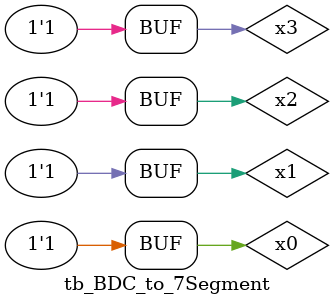
<source format=v>
`timescale 1ns / 1ps


module tb_BDC_to_7Segment;
    reg x0;
    reg x1;
    reg x2;
    reg x3;
    wire a;
    wire b;
    wire c;
    wire d;
    wire e;
    wire f;
    wire g;
    wire dp;
    wire an0;
    wire an1;
    wire an2;
    wire an3;
    
    BDC_to_7Segment uut (
            .x0(x0),
            .x1(x1),
            .x2(x2),
            .x3(x3),
            .a(a),
            .b(b),
            .c(c),
            .d(d),
            .e(e),
            .f(f),
            .g(g),
            .dp(dp),
            .an0(an0),
            .an1(an1),
            .an2(an2),
            .an3(an3)
        );
        initial begin
            
                x3 = 0;
                x2 = 0;
                x1 = 0;
                x0 = 0;
                
                #50;
                
                x3 = 1;
                x2 = 0;
                x1 = 0;
                x0 = 0;
                #50;
                
                x3 = 0;
                x2 = 1;
                x1 = 0;
                x0 = 0;
                #50;
                
                x3 = 1;
                x2 = 1;
                x1 = 0;
                x0 = 0;
                #50;
                
                x3 = 0;
                x2 = 0;
                x1 = 1;
                x0 = 0;
                #50;
                
                x3 = 1;
                x2 = 0;
                x1 = 1;
                x0 = 0;
                #50;
                        
                x3 = 0;
                x2 = 1;
                x1 = 1;
                x0 = 0;
                #50;
                                
                x3 = 1;
                x2 = 1;
                x1 = 1;
                x0 = 0;
                #50;
                                
                x3 = 0;
                x2 = 0;
                x1 = 0;
                x0 = 1;
                #50;
                                
                x3 = 1;
                x2 = 0;
                x1 = 0;
                x0 = 1;
                #50;
                                
                x3 = 0;
                x2 = 1;
                x1 = 0;
                x0 = 1;
                #50;
                                
                x3 = 1;
                x2 = 1;
                x1 = 0;
                x0 = 1;
                #50;
                                        
                x3 = 0;
                x2 = 0;
                x1 = 1;
                x0 = 1;
                #50;
                                        
                x3 = 1;
                x2 = 0;
                x1 = 1;
                x0 = 1;
                #50;
                                        
                x3 = 0;
                x2 = 1;
                x1 = 1;
                x0 = 1;
                #50;
                                        
                x3 = 1;
                x2 = 1;
                x1 = 1;
                x0 = 1;
                #50;
           end
        
endmodule

</source>
